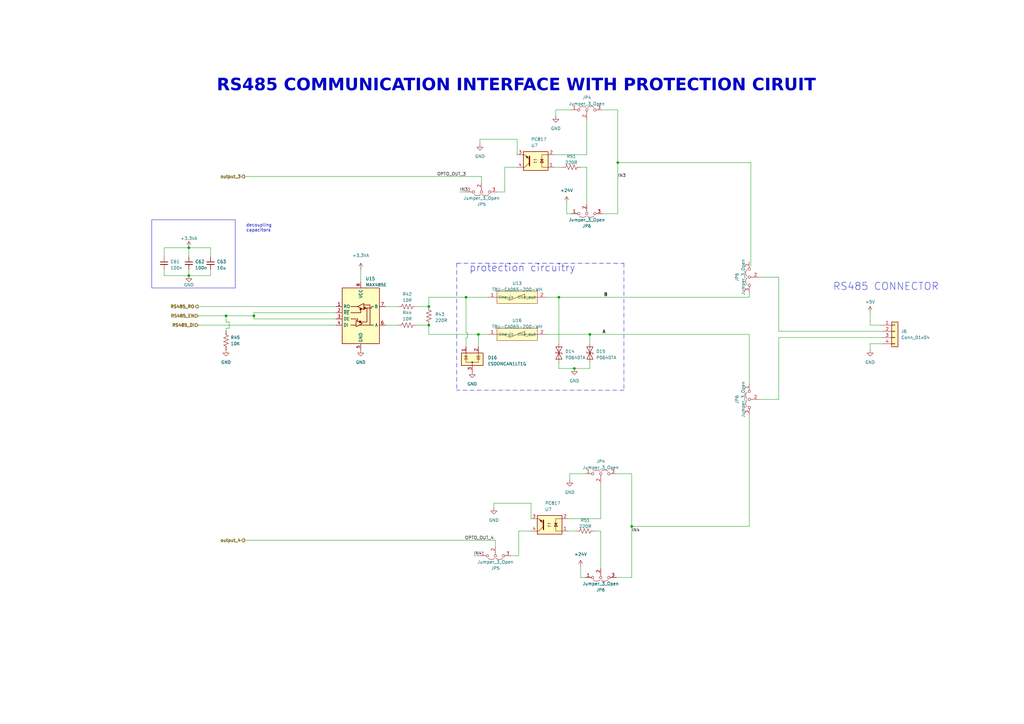
<source format=kicad_sch>
(kicad_sch (version 20230121) (generator eeschema)
  (paper "A3")
  (title_block (title "ELIESTAR") (date "2023-06-20") (rev "2.0") (company "GEVITON") (comment 2 "Reviewed By: Timoty Kyalo") (comment 3 "Designed By: Robert Mutura") (comment 4 "ELIESTAR"))
  (lib_symbols
    (symbol "Connector_Generic:Conn_01x04" (pin_names (offset 1.016) hide)
      (property "Reference" "J" (at 0 5.08 0))
      (property "Value" "Conn_01x04" (at 0 -7.62 0))
      (symbol "Conn_01x04_1_1"
        (rectangle (start -1.27 -4.953) (end 0 -5.207) (stroke (width 0.1524)))
        (rectangle (start -1.27 -2.413) (end 0 -2.667) (stroke (width 0.1524)))
        (rectangle (start -1.27 0.127) (end 0 -0.127) (stroke (width 0.1524)))
        (rectangle (start -1.27 2.667) (end 0 2.413) (stroke (width 0.1524)))
        (rectangle (start -1.27 3.81) (end 1.27 -6.35) (stroke (width 0.254)) (fill (type background)))
        (pin passive line (at -5.08 2.54 0) (length 3.81) (name "Pin_1") (number "1"))
        (pin passive line (at -5.08 0 0) (length 3.81) (name "Pin_2") (number "2"))
        (pin passive line (at -5.08 -2.54 0) (length 3.81) (name "Pin_3") (number "3"))
        (pin passive line (at -5.08 -5.08 0) (length 3.81) (name "Pin_4") (number "4"))
      )
    )
    (symbol "Device:C_Small" (pin_numbers hide) (pin_names (offset 0.254) hide)
      (property "Reference" "C" (at 0.254 1.778 0))
      (property "Value" "C_Small" (at 0.254 -2.032 0))
      (symbol "C_Small_0_1"
        (polyline (pts (xy -1.524 -0.508) (xy 1.524 -0.508)) (stroke (width 0.3302)))
        (polyline (pts (xy -1.524 0.508) (xy 1.524 0.508)) (stroke (width 0.3048)))
      )
      (symbol "C_Small_1_1"
        (pin passive line (at 0 2.54 270) (length 2.032) (name "~") (number "1"))
        (pin passive line (at 0 -2.54 90) (length 2.032) (name "~") (number "2"))
      )
    )
    (symbol "Device:R_US" (pin_numbers hide) (pin_names (offset 0))
      (property "Reference" "R" (at 2.54 0 90))
      (property "Value" "R_US" (at -2.54 0 90))
      (symbol "R_US_0_1"
        (polyline (pts (xy 0 -2.286) (xy 0 -2.54)))
        (polyline (pts (xy 0 2.286) (xy 0 2.54)))
        (polyline (pts (xy 0 -0.762) (xy 1.016 -1.143) (xy 0 -1.524) (xy -1.016 -1.905) (xy 0 -2.286)))
        (polyline (pts (xy 0 0.762) (xy 1.016 0.381) (xy 0 0) (xy -1.016 -0.381) (xy 0 -0.762)))
        (polyline (pts (xy 0 2.286) (xy 1.016 1.905) (xy 0 1.524) (xy -1.016 1.143) (xy 0 0.762)))
      )
      (symbol "R_US_1_1"
        (pin passive line (at 0 3.81 270) (length 1.27) (name "~") (number "1"))
        (pin passive line (at 0 -3.81 90) (length 1.27) (name "~") (number "2"))
      )
    )
    (symbol "Diode:SD05_SOD323" (pin_numbers hide) (pin_names (offset 1.016) hide)
      (property "Reference" "D" (at 0 2.54 0))
      (property "Value" "SD05_SOD323" (at 0 -2.54 0))
      (symbol "SD05_SOD323_0_1"
        (polyline (pts (xy 1.27 0) (xy -1.27 0)))
        (polyline (pts (xy -2.54 -1.27) (xy 0 0) (xy -2.54 1.27) (xy -2.54 -1.27)) (stroke (width 0.2032)))
        (polyline (pts (xy 0.508 1.27) (xy 0 1.27) (xy 0 -1.27) (xy -0.508 -1.27)) (stroke (width 0.2032)))
        (polyline (pts (xy 2.54 1.27) (xy 2.54 -1.27) (xy 0 0) (xy 2.54 1.27)) (stroke (width 0.2032)))
      )
      (symbol "SD05_SOD323_1_1"
        (pin passive line (at -3.81 0 0) (length 2.54) (name "A1") (number "1"))
        (pin passive line (at 3.81 0 180) (length 2.54) (name "A2") (number "2"))
      )
    )
    (symbol "Interface_UART:MAX485E"
      (property "Reference" "U" (at -6.096 11.43 0))
      (property "Value" "MAX485E" (at 0.762 11.43 0))
      (symbol "MAX485E_0_1"
        (rectangle (start -7.62 10.16) (end 7.62 -12.7) (stroke (width 0.254)) (fill (type background)))
        (circle (center -0.3048 -3.683) (radius 0.3556) (stroke (width 0.254)) (fill (type outline)))
        (circle (center -0.0254 1.4986) (radius 0.3556) (stroke (width 0.254)) (fill (type outline)))
        (polyline (pts (xy -4.064 -5.08) (xy -1.905 -5.08)) (stroke (width 0.254)))
        (polyline (pts (xy -4.064 2.54) (xy -1.27 2.54)) (stroke (width 0.254)))
        (polyline (pts (xy -1.27 -3.2004) (xy -1.27 -3.4544)) (stroke (width 0.254)))
        (polyline (pts (xy -0.635 -5.08) (xy 5.334 -5.08)) (stroke (width 0.254)))
        (polyline (pts (xy -4.064 -2.54) (xy -1.27 -2.54) (xy -1.27 -3.175)) (stroke (width 0.254)))
        (polyline (pts (xy 0 1.27) (xy 0 0) (xy -4.064 0)) (stroke (width 0.254)))
        (polyline (pts (xy 1.27 3.175) (xy 3.81 3.175) (xy 3.81 -5.08)) (stroke (width 0.254)))
        (polyline (pts (xy 2.54 1.905) (xy 2.54 -3.81) (xy 0 -3.81)) (stroke (width 0.254)))
        (polyline (pts (xy -1.905 -3.175) (xy -1.905 -5.715) (xy 0.635 -4.445) (xy -1.905 -3.175)) (stroke (width 0.254)))
        (polyline (pts (xy -1.27 2.54) (xy 1.27 3.81) (xy 1.27 1.27) (xy -1.27 2.54)) (stroke (width 0.254)))
        (polyline (pts (xy 1.905 1.905) (xy 4.445 1.905) (xy 4.445 2.54) (xy 5.334 2.54)) (stroke (width 0.254)))
        (rectangle (start 1.27 3.175) (end 1.27 3.175))
        (circle (center 1.651 1.905) (radius 0.3556) (stroke (width 0.254)) (fill (type outline)))
      )
      (symbol "MAX485E_1_1"
        (pin output line (at -10.16 2.54 0) (length 2.54) (name "RO") (number "1"))
        (pin input line (at -10.16 0 0) (length 2.54) (name "~{RE}") (number "2"))
        (pin input line (at -10.16 -2.54 0) (length 2.54) (name "DE") (number "3"))
        (pin input line (at -10.16 -5.08 0) (length 2.54) (name "DI") (number "4"))
        (pin power_in line (at 0 -15.24 90) (length 2.54) (name "GND") (number "5"))
        (pin bidirectional line (at 10.16 -5.08 180) (length 2.54) (name "A") (number "6"))
        (pin bidirectional line (at 10.16 2.54 180) (length 2.54) (name "B") (number "7"))
        (pin power_in line (at 0 12.7 270) (length 2.54) (name "VCC") (number "8"))
      )
    )
    (symbol "Isolator:PC817" (pin_names (offset 1.016))
      (property "Reference" "U" (at -5.08 5.08 0))
      (property "Value" "PC817" (at 0 5.08 0))
      (symbol "PC817_0_1"
        (rectangle (start -5.08 3.81) (end 5.08 -3.81) (stroke (width 0.254)) (fill (type background)))
        (polyline (pts (xy -3.175 -0.635) (xy -1.905 -0.635)) (stroke (width 0.254)))
        (polyline (pts (xy 2.54 0.635) (xy 4.445 2.54)))
        (polyline (pts (xy 4.445 -2.54) (xy 2.54 -0.635)) (fill (type outline)))
        (polyline (pts (xy 4.445 -2.54) (xy 5.08 -2.54)))
        (polyline (pts (xy 4.445 2.54) (xy 5.08 2.54)))
        (polyline (pts (xy -5.08 2.54) (xy -2.54 2.54) (xy -2.54 -0.635)))
        (polyline (pts (xy -2.54 -0.635) (xy -2.54 -2.54) (xy -5.08 -2.54)))
        (polyline (pts (xy 2.54 1.905) (xy 2.54 -1.905) (xy 2.54 -1.905)) (stroke (width 0.508)))
        (polyline (pts (xy -2.54 -0.635) (xy -3.175 0.635) (xy -1.905 0.635) (xy -2.54 -0.635)) (stroke (width 0.254)))
        (polyline (pts (xy -0.508 -0.508) (xy 0.762 -0.508) (xy 0.381 -0.635) (xy 0.381 -0.381) (xy 0.762 -0.508)))
        (polyline (pts (xy -0.508 0.508) (xy 0.762 0.508) (xy 0.381 0.381) (xy 0.381 0.635) (xy 0.762 0.508)))
        (polyline (pts (xy 3.048 -1.651) (xy 3.556 -1.143) (xy 4.064 -2.159) (xy 3.048 -1.651) (xy 3.048 -1.651)) (fill (type outline)))
      )
      (symbol "PC817_1_1"
        (pin passive line (at -7.62 2.54 0) (length 2.54) (name "~") (number "1"))
        (pin passive line (at -7.62 -2.54 0) (length 2.54) (name "~") (number "2"))
        (pin passive line (at 7.62 -2.54 180) (length 2.54) (name "~") (number "3"))
        (pin passive line (at 7.62 2.54 180) (length 2.54) (name "~") (number "4"))
      )
    )
    (symbol "Jumper:Jumper_3_Open" (pin_names (offset 0) hide)
      (property "Reference" "JP" (at -2.54 -2.54 0))
      (property "Value" "Jumper_3_Open" (at 0 2.794 0))
      (symbol "Jumper_3_Open_0_0"
        (circle (center -3.302 0) (radius 0.508))
        (circle (center 0 0) (radius 0.508))
        (circle (center 3.302 0) (radius 0.508))
      )
      (symbol "Jumper_3_Open_0_1"
        (arc (start -0.254 1.016) (mid -1.651 1.4992) (end -3.048 1.016))
        (polyline (pts (xy 0 -0.508) (xy 0 -1.27)))
        (arc (start 3.048 1.016) (mid 1.651 1.4992) (end 0.254 1.016))
      )
      (symbol "Jumper_3_Open_1_1"
        (pin passive line (at -6.35 0 0) (length 2.54) (name "A") (number "1"))
        (pin passive line (at 0 -3.81 90) (length 2.54) (name "C") (number "2"))
        (pin passive line (at 6.35 0 180) (length 2.54) (name "B") (number "3"))
      )
    )
    (symbol "MCD_General:TBU-CA065-200-WH"
      (property "Reference" "U" (at 0 1.27 0))
      (property "Value" "TBU-CA065-200-WH" (at 0 -1.27 0))
      (symbol "TBU-CA065-200-WH_0_1"
        (rectangle (start -6.35 -5.08) (end -1.27 -5.08))
        (polyline (pts (xy 5.08 -5.08) (xy 10.16 -5.08)))
        (polyline (pts (xy -1.27 -5.08) (xy -1.27 -6.35) (xy 5.08 -3.81) (xy 5.08 -5.08)))
      )
      (symbol "TBU-CA065-200-WH_1_1"
        (rectangle (start -6.35 -2.54) (end 10.16 -7.62) (fill (type background)))
        (pin passive line (at -10.16 -5.08 0) (length 3.81) (name "line_in") (number "1"))
        (pin passive line (at 13.97 -5.08 180) (length 3.81) (name "line_out") (number "2"))
      )
    )
    (symbol "Power_Protection:SP0502BAHT" (pin_names hide)
      (property "Reference" "D" (at 5.715 2.54 0))
      (property "Value" "SP0502BAHT" (at 5.715 0.635 0))
      (symbol "SP0502BAHT_0_0"
        (pin passive line (at 0 -5.08 90) (length 2.54) (name "A") (number "3"))
      )
      (symbol "SP0502BAHT_0_1"
        (rectangle (start -4.445 2.54) (end 4.445 -2.54) (stroke (width 0.254)) (fill (type background)))
        (circle (center 0 -1.27) (radius 0.254) (fill (type outline)))
        (polyline (pts (xy -2.54 2.54) (xy -2.54 1.27)))
        (polyline (pts (xy 0 -1.27) (xy 0 -2.54)))
        (polyline (pts (xy 2.54 2.54) (xy 2.54 1.27)))
        (polyline (pts (xy -3.302 1.016) (xy -3.302 1.27) (xy -1.905 1.27) (xy -1.778 1.27)))
        (polyline (pts (xy -2.54 1.27) (xy -2.54 -1.27) (xy 2.54 -1.27) (xy 2.54 1.27)))
        (polyline (pts (xy -2.54 1.27) (xy -1.905 0) (xy -3.175 0) (xy -2.54 1.27)))
        (polyline (pts (xy 1.778 1.016) (xy 1.778 1.27) (xy 3.175 1.27) (xy 3.302 1.27)))
        (polyline (pts (xy 2.54 1.27) (xy 1.905 0) (xy 3.175 0) (xy 2.54 1.27)))
      )
      (symbol "SP0502BAHT_1_1"
        (pin passive line (at -2.54 5.08 270) (length 2.54) (name "K") (number "1"))
        (pin passive line (at 2.54 5.08 270) (length 2.54) (name "K") (number "2"))
      )
    )
    (symbol "power:+24V" (power) (pin_names (offset 0))
      (property "Value" "+24V" (at 0 3.556 0))
      (symbol "+24V_0_1"
        (polyline (pts (xy -0.762 1.27) (xy 0 2.54)))
        (polyline (pts (xy 0 0) (xy 0 2.54)))
        (polyline (pts (xy 0 2.54) (xy 0.762 1.27)))
      )
      (symbol "+24V_1_1"
        (pin power_in line (at 0 0 90) (length 0) hide (name "+24V") (number "1"))
      )
    )
    (symbol "power:+3.3VA" (power) (pin_names (offset 0))
      (property "Value" "+3.3VA" (at 0 3.556 0))
      (symbol "+3.3VA_0_1"
        (polyline (pts (xy -0.762 1.27) (xy 0 2.54)))
        (polyline (pts (xy 0 0) (xy 0 2.54)))
        (polyline (pts (xy 0 2.54) (xy 0.762 1.27)))
      )
      (symbol "+3.3VA_1_1"
        (pin power_in line (at 0 0 90) (length 0) hide (name "+3.3VA") (number "1"))
      )
    )
    (symbol "power:+5V" (power) (pin_names (offset 0))
      (property "Value" "+5V" (at 0 3.556 0))
      (symbol "+5V_0_1"
        (polyline (pts (xy -0.762 1.27) (xy 0 2.54)))
        (polyline (pts (xy 0 0) (xy 0 2.54)))
        (polyline (pts (xy 0 2.54) (xy 0.762 1.27)))
      )
      (symbol "+5V_1_1"
        (pin power_in line (at 0 0 90) (length 0) hide (name "+5V") (number "1"))
      )
    )
    (symbol "power:GND" (power) (pin_names (offset 0))
      (property "Value" "GND" (at 0 -3.81 0))
      (symbol "GND_0_1"
        (polyline (pts (xy 0 0) (xy 0 -1.27) (xy 1.27 -1.27) (xy 0 -2.54) (xy -1.27 -1.27) (xy 0 -1.27)))
      )
      (symbol "GND_1_1"
        (pin power_in line (at 0 0 270) (length 0) hide (name "GND") (number "1"))
      )
    )
  )
  (junction (at 241.935 137.16))
  (junction (at 229.235 121.92))
  (junction (at 191.135 121.92))
  (junction (at 92.71 129.54))
  (junction (at 77.47 101.6))
  (junction (at 77.47 113.03))
  (junction (at 235.585 151.13))
  (junction (at 175.895 125.73))
  (junction (at 104.14 129.54))
  (junction (at 175.895 133.35))
  (junction (at 253.365 66.675))
  (junction (at 259.08 215.9))
  (junction (at 196.215 137.16))
  (wire (pts (xy 217.805 206.375) (xy 202.565 206.375)))
  (wire (pts (xy 203.835 78.74) (xy 207.01 78.74)))
  (wire (pts (xy 158.115 133.35) (xy 163.195 133.35)))
  (wire (pts (xy 235.585 151.13) (xy 241.935 151.13)))
  (wire (pts (xy 67.31 113.03) (xy 77.47 113.03)))
  (wire (pts (xy 234.315 45.085) (xy 227.965 45.085)))
  (wire (pts (xy 229.235 121.92) (xy 307.34 121.92)))
  (wire (pts (xy 319.405 135.89) (xy 319.405 113.665)))
  (wire (pts (xy 240.665 68.58) (xy 238.125 68.58)))
  (wire (pts (xy 246.38 233.045) (xy 246.38 217.805)))
  (wire (pts (xy 67.31 113.03) (xy 67.31 110.49)))
  (wire (pts (xy 81.28 125.73) (xy 137.795 125.73)))
  (wire (pts (xy 188.595 78.74) (xy 191.135 78.74)))
  (wire (pts (xy 356.87 128.27) (xy 356.87 133.35)))
  (wire (pts (xy 356.87 133.35) (xy 361.95 133.35)))
  (wire (pts (xy 93.98 132.08) (xy 93.98 134.62)))
  (wire (pts (xy 175.895 133.35) (xy 175.895 137.16)))
  (wire (pts (xy 253.365 45.085) (xy 247.015 45.085)))
  (wire (pts (xy 311.15 113.665) (xy 319.405 113.665)))
  (wire (pts (xy 230.505 68.58) (xy 227.33 68.58)))
  (wire (pts (xy 232.41 87.63) (xy 234.315 87.63)))
  (wire (pts (xy 233.045 212.725) (xy 246.38 212.725)))
  (wire (pts (xy 92.71 132.08) (xy 93.98 132.08)))
  (wire (pts (xy 196.215 142.24) (xy 196.215 137.16)))
  (wire (pts (xy 77.47 113.03) (xy 86.36 113.03)))
  (wire (pts (xy 202.565 206.375) (xy 202.565 208.28)))
  (wire (pts (xy 241.935 137.16) (xy 307.34 137.16)))
  (wire (pts (xy 92.71 134.62) (xy 92.71 135.89)))
  (wire (pts (xy 217.805 212.725) (xy 217.805 206.375)))
  (wire (pts (xy 259.08 215.9) (xy 307.34 215.9)))
  (wire (pts (xy 77.47 101.6) (xy 86.36 101.6)))
  (wire (pts (xy 241.935 151.13) (xy 241.935 148.59)))
  (polyline (pts (xy 187.325 107.95) (xy 255.905 107.95)) (stroke (width 0) (type dash_dot)))
  (wire (pts (xy 67.31 105.41) (xy 67.31 101.6)))
  (wire (pts (xy 81.28 129.54) (xy 92.71 129.54)))
  (wire (pts (xy 147.955 110.49) (xy 147.955 115.57)))
  (wire (pts (xy 307.34 215.9) (xy 307.34 170.18)))
  (polyline (pts (xy 187.325 107.95) (xy 187.325 160.02)) (stroke (width 0) (type dash_dot)))
  (wire (pts (xy 252.73 236.855) (xy 259.08 236.855)))
  (wire (pts (xy 77.47 110.49) (xy 77.47 113.03)))
  (wire (pts (xy 191.77 138.43) (xy 191.77 136.525)))
  (wire (pts (xy 253.365 66.675) (xy 307.975 66.675)))
  (wire (pts (xy 175.895 121.92) (xy 191.135 121.92)))
  (wire (pts (xy 209.55 227.965) (xy 212.725 227.965)))
  (wire (pts (xy 191.135 142.24) (xy 191.135 138.43)))
  (wire (pts (xy 158.115 125.73) (xy 163.195 125.73)))
  (wire (pts (xy 307.34 121.92) (xy 307.34 120.015)))
  (wire (pts (xy 207.01 68.58) (xy 212.09 68.58)))
  (wire (pts (xy 175.895 137.16) (xy 196.215 137.16)))
  (wire (pts (xy 252.73 194.31) (xy 259.08 194.31)))
  (wire (pts (xy 227.965 45.085) (xy 227.965 47.625)))
  (wire (pts (xy 253.365 45.085) (xy 253.365 66.675)))
  (wire (pts (xy 259.08 194.31) (xy 259.08 215.9)))
  (wire (pts (xy 319.405 135.89) (xy 361.95 135.89)))
  (wire (pts (xy 191.135 136.525) (xy 191.135 121.92)))
  (wire (pts (xy 247.015 87.63) (xy 253.365 87.63)))
  (wire (pts (xy 197.485 72.39) (xy 197.485 74.93)))
  (wire (pts (xy 319.405 163.83) (xy 319.405 138.43)))
  (wire (pts (xy 319.405 138.43) (xy 361.95 138.43)))
  (wire (pts (xy 227.33 63.5) (xy 240.665 63.5)))
  (polyline (pts (xy 255.905 160.02) (xy 187.325 160.02)) (stroke (width 0) (type dash_dot)))
  (wire (pts (xy 253.365 66.675) (xy 253.365 87.63)))
  (wire (pts (xy 311.15 163.83) (xy 319.405 163.83)))
  (wire (pts (xy 356.87 143.51) (xy 356.87 140.97)))
  (wire (pts (xy 259.08 215.9) (xy 259.08 236.855)))
  (wire (pts (xy 170.815 133.35) (xy 175.895 133.35)))
  (wire (pts (xy 212.09 57.15) (xy 196.85 57.15)))
  (wire (pts (xy 104.14 128.27) (xy 104.14 129.54)))
  (wire (pts (xy 207.01 68.58) (xy 207.01 78.74)))
  (wire (pts (xy 233.68 194.31) (xy 233.68 196.85)))
  (wire (pts (xy 307.34 157.48) (xy 307.34 137.16)))
  (wire (pts (xy 224.155 121.92) (xy 229.235 121.92)))
  (wire (pts (xy 233.68 194.31) (xy 240.03 194.31)))
  (wire (pts (xy 212.09 63.5) (xy 212.09 57.15)))
  (wire (pts (xy 240.665 83.82) (xy 240.665 68.58)))
  (wire (pts (xy 100.33 72.39) (xy 197.485 72.39)))
  (wire (pts (xy 246.38 212.725) (xy 246.38 198.12)))
  (wire (pts (xy 77.47 101.6) (xy 77.47 105.41)))
  (wire (pts (xy 81.28 133.35) (xy 137.795 133.35)))
  (wire (pts (xy 196.85 57.15) (xy 196.85 59.055)))
  (wire (pts (xy 93.98 134.62) (xy 92.71 134.62)))
  (wire (pts (xy 191.135 121.92) (xy 200.025 121.92)))
  (wire (pts (xy 100.33 221.615) (xy 203.2 221.615)))
  (wire (pts (xy 191.77 136.525) (xy 191.135 136.525)))
  (wire (pts (xy 194.31 227.965) (xy 196.85 227.965)))
  (wire (pts (xy 86.36 110.49) (xy 86.36 113.03)))
  (wire (pts (xy 229.235 121.92) (xy 229.235 140.97)))
  (wire (pts (xy 175.895 125.73) (xy 175.895 121.92)))
  (wire (pts (xy 92.71 129.54) (xy 92.71 132.08)))
  (wire (pts (xy 307.975 109.22) (xy 307.975 66.675)))
  (wire (pts (xy 104.14 130.81) (xy 137.795 130.81)))
  (wire (pts (xy 92.71 129.54) (xy 104.14 129.54)))
  (wire (pts (xy 104.14 128.27) (xy 137.795 128.27)))
  (wire (pts (xy 67.31 101.6) (xy 77.47 101.6)))
  (wire (pts (xy 236.22 217.805) (xy 233.045 217.805)))
  (wire (pts (xy 104.14 129.54) (xy 104.14 130.81)))
  (wire (pts (xy 232.41 83.185) (xy 232.41 87.63)))
  (wire (pts (xy 246.38 217.805) (xy 243.84 217.805)))
  (wire (pts (xy 224.155 137.16) (xy 241.935 137.16)))
  (wire (pts (xy 170.815 125.73) (xy 175.895 125.73)))
  (wire (pts (xy 229.235 148.59) (xy 229.235 151.13)))
  (wire (pts (xy 212.725 217.805) (xy 212.725 227.965)))
  (polyline (pts (xy 255.905 107.95) (xy 255.905 160.02)) (stroke (width 0) (type dash_dot)))
  (wire (pts (xy 212.725 217.805) (xy 217.805 217.805)))
  (wire (pts (xy 356.87 140.97) (xy 361.95 140.97)))
  (wire (pts (xy 86.36 101.6) (xy 86.36 105.41)))
  (wire (pts (xy 238.125 232.41) (xy 238.125 236.855)))
  (wire (pts (xy 196.215 137.16) (xy 200.025 137.16)))
  (wire (pts (xy 240.665 63.5) (xy 240.665 48.895)))
  (wire (pts (xy 203.2 221.615) (xy 203.2 224.155)))
  (wire (pts (xy 238.125 236.855) (xy 240.03 236.855)))
  (wire (pts (xy 229.235 151.13) (xy 235.585 151.13)))
  (wire (pts (xy 191.135 138.43) (xy 191.77 138.43)))
  (wire (pts (xy 241.935 137.16) (xy 241.935 140.97)))
  (rectangle (start 62.23 90.17) (end 96.52 118.11))
  (text "protection circuitry" (at 192.405 111.76 0) (effects (font (size 3 3)) (justify left bottom)))
  (text "RS485 CONNECTOR" (at 341.63 119.38 0) (effects (font (size 3 3)) (justify left bottom)))
  (text "RS485 COMMUNICATION INTERFACE WITH PROTECTION CIRUIT" (at 88.9 39.37 0) (effects (font (size 5 5) bold) (justify left bottom)))
  (text "decoupling \ncapacitors" (at 100.965 95.25 0) (effects (font (size 1.27 1.27)) (justify left bottom)))
  (label "A" (at 247.015 137.16 0) (effects (font bold)))
  (label "IN4" (at 259.08 218.44 0))
  (label "IN3" (at 188.595 78.74 0))
  (label "B" (at 247.65 121.92 0) (effects (font bold)))
  (label "IN4" (at 194.31 227.965 0))
  (label "OPTO_OUT_4" (at 202.565 221.615 180))
  (label "OPTO_OUT_3" (at 191.135 72.39 180))
  (label "IN3" (at 253.365 73.025 0))
  (hierarchical_label "RS485_EN" (shape input) (at 81.28 129.54 180) (effects (font bold)))
  (hierarchical_label "output_3" (shape output) (at 100.33 72.39 180) (effects (font bold)))
  (hierarchical_label "output_4" (shape output) (at 100.33 221.615 180) (effects (font bold)))
  (hierarchical_label "RS485_DI" (shape input) (at 81.28 133.35 180) (effects (font bold)))
  (hierarchical_label "RS485_RO" (shape output) (at 81.28 125.73 180) (effects (font bold)))
  (symbol (lib_id "power:+5V") (at 356.87 128.27 0) (unit 1)
    (property "Reference" "#PWR02" (effects hide))
    (property "Value" "+5V" (at 356.87 123.825 0))
    (instances (project "ELIESTER_V2" (path "" (reference "#PWR02") (unit 1)) (path "" (reference "#PWR034") (unit 1))))
  )
  (symbol (lib_id "power:GND") (at 196.85 59.055 0) (unit 1)
    (property "Reference" "#PWR095" (effects hide))
    (property "Value" "GND" (at 196.85 64.135 0))
    (instances (project "ELIESTER_V2" (path "" (reference "#PWR095") (unit 1)) (path "" (reference "#PWR0103") (unit 1)) (path "" (reference "#PWR0103") (unit 1))))
  )
  (symbol (lib_id "power:GND") (at 356.87 143.51 0) (unit 1)
    (property "Reference" "#PWR041" (effects hide))
    (property "Value" "GND" (at 356.87 148.59 0))
  )
  (symbol (lib_id "Device:R_US") (at 92.71 139.7 180) (unit 1)
    (property "Reference" "R45" (at 96.52 138.43 0))
    (property "Value" "10K" (at 96.52 140.97 0))
    (property "Footprint" "Resistor_SMD:R_0402_1005Metric" (effects hide))
  )
  (symbol (lib_id "MCD_General:TBU-CA065-200-WH") (at 210.185 132.08 0) (unit 1)
    (property "Reference" "U16" (at 212.09 131.445 0))
    (property "Value" "TBU-CA065-200-WH" (at 212.09 133.985 0))
    (property "Footprint" "MACHADA_footprints:TBU-CA065-200-WH" (effects hide))
  )
  (symbol (lib_id "power:GND") (at 77.47 113.03 0) (unit 1)
    (property "Reference" "#PWR092" (effects hide))
    (property "Value" "GND" (at 77.47 116.84 0))
  )
  (symbol (lib_id "power:GND") (at 202.565 208.28 0) (unit 1)
    (property "Reference" "#PWR095" (effects hide))
    (property "Value" "GND" (at 202.565 213.36 0))
    (instances (project "ELIESTER_V2" (path "" (reference "#PWR095") (unit 1)) (path "" (reference "#PWR0122") (unit 1)) (path "" (reference "#PWR0122") (unit 1))))
  )
  (symbol (lib_id "power:+24V") (at 238.125 232.41 0) (unit 1)
    (property "Reference" "#PWR0123" (effects hide))
    (property "Value" "+24V" (at 238.125 227.33 0))
    (instances (project "ELIESTER_V2" (path "" (reference "#PWR0123") (unit 1)) (path "" (reference "#PWR096") (unit 1)) (path "" (reference "#PWR0123") (unit 1))))
  )
  (symbol (lib_id "Jumper:Jumper_3_Open") (at 246.38 236.855 0) (mirror x) (unit 1)
    (property "Reference" "JP6" (at 246.38 241.935 0))
    (property "Value" "Jumper_3_Open" (at 246.38 239.395 0))
    (property "Footprint" "Jumper:SolderJumper-3_P1.3mm_Open_RoundedPad1.0x1.5mm_NumberLabels" (effects hide))
    (instances (project "ELIESTER_V2" (path "" (reference "JP6") (unit 1)) (path "" (reference "JP?") (unit 1)) (path "" (reference "JP18") (unit 1))))
  )
  (symbol (lib_id "Power_Protection:SP0502BAHT") (at 193.675 147.32 0) (unit 1)
    (property "Reference" "D16" (at 200.025 146.685 0) (effects (justify left)))
    (property "Value" "ESDONCAN1LT1G" (at 200.025 149.225 0) (effects (justify left)))
    (property "Footprint" "Package_TO_SOT_SMD:SOT-23" (effects hide))
    (property "Datasheet" "http://www.littelfuse.com/~/media/files/littelfuse/technical%20resources/documents/data%20sheets/sp05xxba.pdf" (effects hide))
  )
  (symbol (lib_id "Jumper:Jumper_3_Open") (at 197.485 78.74 0) (mirror x) (unit 1)
    (property "Reference" "JP5" (at 197.485 83.82 0))
    (property "Value" "Jumper_3_Open" (at 197.485 81.28 0))
    (property "Footprint" "Jumper:SolderJumper-3_P1.3mm_Open_RoundedPad1.0x1.5mm_NumberLabels" (effects hide))
    (instances (project "ELIESTER_V2" (path "" (reference "JP5") (unit 1)) (path "" (reference "JP?") (unit 1)) (path "" (reference "JP12") (unit 1))))
  )
  (symbol (lib_id "power:GND") (at 92.71 143.51 0) (unit 1)
    (property "Reference" "#PWR0107" (effects hide))
    (property "Value" "GND" (at 92.71 148.59 0))
  )
  (symbol (lib_id "Diode:SD05_SOD323") (at 229.235 144.78 90) (unit 1)
    (property "Reference" "D14" (at 231.775 144.145 90) (effects (justify right)))
    (property "Value" "P0640TA" (at 231.775 146.685 90) (effects (justify right)))
    (property "Footprint" "Diode_SMD:D_SMA" (effects hide))
    (property "Datasheet" "https://www.littelfuse.com/~/media/electronics/datasheets/tvs_diode_arrays/littelfuse_tvs_diode_array_sd_c_datasheet.pdf.pdf" (effects hide))
  )
  (symbol (lib_id "Device:R_US") (at 167.005 133.35 90) (unit 1)
    (property "Reference" "R44" (at 167.005 128.27 90))
    (property "Value" "10R" (at 167.005 130.81 90))
    (property "Footprint" "Resistor_SMD:R_0402_1005Metric" (effects hide))
  )
  (symbol (lib_id "power:+3.3VA") (at 147.955 110.49 0) (unit 1)
    (property "Reference" "#PWR0105" (effects hide))
    (property "Value" "+3.3VA" (at 147.955 104.775 0))
    (instances (project "ELIESTER_V2" (path "" (reference "#PWR0105") (unit 1)) (path "" (reference "#PWR090") (unit 1))))
  )
  (symbol (lib_id "power:+3.3VA") (at 77.47 101.6 0) (unit 1)
    (property "Reference" "#PWR0105" (effects hide))
    (property "Value" "+3.3VA" (at 77.47 97.79 0))
    (instances (project "ELIESTER_V2" (path "" (reference "#PWR0105") (unit 1)) (path "" (reference "#PWR091") (unit 1))))
  )
  (symbol (lib_id "Isolator:PC817") (at 219.71 66.04 180) (unit 1)
    (property "Reference" "U7" (at 217.805 59.69 0) (effects (justify right)))
    (property "Value" "PC817" (at 217.805 57.15 0) (effects (justify right)))
    (property "Footprint" "MACHADA_footprints:pc817-DIP-4_W7.62mm_SMDSocket_SmallPads" (effects hide))
    (property "Datasheet" "http://www.soselectronic.cz/a_info/resource/d/pc817.pdf" (effects hide))
    (instances (project "ELIESTER_V2" (path "" (reference "U7") (unit 1)) (path "" (reference "U20") (unit 1)) (path "" (reference "U?") (unit 1)) (path "" (reference "U22") (unit 1))))
  )
  (symbol (lib_id "power:GND") (at 227.965 47.625 0) (unit 1)
    (property "Reference" "#PWR094" (effects hide))
    (property "Value" "GND" (at 227.965 52.705 0))
    (instances (project "ELIESTER_V2" (path "" (reference "#PWR094") (unit 1)) (path "" (reference "#PWR099") (unit 1)) (path "" (reference "#PWR099") (unit 1))))
  )
  (symbol (lib_id "Interface_UART:MAX485E") (at 147.955 128.27 0) (unit 1)
    (property "Reference" "U15" (at 149.9109 114.3 0) (effects (justify left)))
    (property "Value" "MAX485E" (at 149.9109 116.84 0) (effects (justify left)))
    (property "Footprint" "Package_SO:SOP-8_3.9x4.9mm_P1.27mm" (effects hide))
    (property "Datasheet" "https://datasheets.maximintegrated.com/en/ds/MAX1487E-MAX491E.pdf" (effects hide))
  )
  (symbol (lib_id "Device:C_Small") (at 77.47 107.95 0) (unit 1)
    (property "Reference" "C62" (at 80.01 107.3213 0) (effects (justify left)))
    (property "Value" "100n" (at 80.01 109.8613 0) (effects (justify left)))
    (property "Footprint" "Capacitor_SMD:C_0402_1005Metric" (effects hide))
  )
  (symbol (lib_id "Device:R_US") (at 234.315 68.58 90) (unit 1)
    (property "Reference" "R51" (at 234.315 64.135 90))
    (property "Value" "220R" (at 234.315 66.675 90))
    (property "Footprint" "Resistor_SMD:R_0402_1005Metric" (effects hide))
    (instances (project "ELIESTER_V2" (path "" (reference "R51") (unit 1)) (path "" (reference "R?") (unit 1)) (path "" (reference "R53") (unit 1))))
  )
  (symbol (lib_id "Isolator:PC817") (at 225.425 215.265 180) (unit 1)
    (property "Reference" "U7" (at 223.52 208.915 0) (effects (justify right)))
    (property "Value" "PC817" (at 223.52 206.375 0) (effects (justify right)))
    (property "Footprint" "MACHADA_footprints:pc817-DIP-4_W7.62mm_SMDSocket_SmallPads" (effects hide))
    (property "Datasheet" "http://www.soselectronic.cz/a_info/resource/d/pc817.pdf" (effects hide))
    (instances (project "ELIESTER_V2" (path "" (reference "U7") (unit 1)) (path "" (reference "U20") (unit 1)) (path "" (reference "U?") (unit 1)) (path "" (reference "U23") (unit 1))))
  )
  (symbol (lib_id "power:GND") (at 233.68 196.85 0) (unit 1)
    (property "Reference" "#PWR094" (effects hide))
    (property "Value" "GND" (at 233.68 201.93 0))
    (instances (project "ELIESTER_V2" (path "" (reference "#PWR094") (unit 1)) (path "" (reference "#PWR0121") (unit 1)) (path "" (reference "#PWR0121") (unit 1))))
  )
  (symbol (lib_id "Device:R_US") (at 240.03 217.805 90) (unit 1)
    (property "Reference" "R51" (at 240.03 213.36 90))
    (property "Value" "220R" (at 240.03 215.9 90))
    (property "Footprint" "Resistor_SMD:R_0402_1005Metric" (effects hide))
    (instances (project "ELIESTER_V2" (path "" (reference "R51") (unit 1)) (path "" (reference "R?") (unit 1)) (path "" (reference "R54") (unit 1))))
  )
  (symbol (lib_id "MCD_General:TBU-CA065-200-WH") (at 210.185 116.84 0) (unit 1)
    (property "Reference" "U13" (at 212.09 116.205 0))
    (property "Value" "TBU-CA065-200-WH" (at 212.09 118.745 0))
    (property "Footprint" "MACHADA_footprints:TBU-CA065-200-WH" (effects hide))
  )
  (symbol (lib_id "Device:C_Small") (at 86.36 107.95 0) (unit 1)
    (property "Reference" "C63" (at 88.9 107.3213 0) (effects (justify left)))
    (property "Value" "10u" (at 88.9 109.8613 0) (effects (justify left)))
    (property "Footprint" "Capacitor_SMD:C_0402_1005Metric" (effects hide))
  )
  (symbol (lib_id "Device:R_US") (at 167.005 125.73 90) (unit 1)
    (property "Reference" "R42" (at 167.005 120.65 90))
    (property "Value" "10R" (at 167.005 123.19 90))
    (property "Footprint" "Resistor_SMD:R_0402_1005Metric" (effects hide))
  )
  (symbol (lib_id "Jumper:Jumper_3_Open") (at 307.34 113.665 90) (mirror x) (unit 1)
    (property "Reference" "JP6" (at 302.26 113.665 0))
    (property "Value" "Jumper_3_Open" (at 304.8 113.665 0))
    (property "Footprint" "Jumper:SolderJumper-3_P1.3mm_Open_RoundedPad1.0x1.5mm_NumberLabels" (effects hide))
    (instances (project "ELIESTER_V2" (path "" (reference "JP6") (unit 1)) (path "" (reference "JP?") (unit 1)) (path "" (reference "JP14") (unit 1))))
  )
  (symbol (lib_id "power:GND") (at 193.675 152.4 0) (unit 1)
    (property "Reference" "#PWR089" (effects hide))
    (property "Value" "GND" (at 193.675 157.48 0))
  )
  (symbol (lib_id "Connector_Generic:Conn_01x04") (at 367.03 135.89 0) (unit 1)
    (property "Reference" "J6" (at 369.57 135.8899 0) (effects (justify left)))
    (property "Value" "Conn_01x04" (at 369.57 138.4299 0) (effects (justify left)))
    (property "Footprint" "Connector_Phoenix_MC:PhoenixContact_MC_1,5_4-G-3.5_1x04_P3.50mm_Horizontal" (effects hide))
    (instances (project "ELIESTER_V2" (path "" (reference "J6") (unit 1)) (path "" (reference "J9") (unit 1))))
  )
  (symbol (lib_id "Device:R_US") (at 175.895 129.54 180) (unit 1)
    (property "Reference" "R43" (at 178.435 128.905 0) (effects (justify right)))
    (property "Value" "220R" (at 178.435 131.445 0) (effects (justify right)))
    (property "Footprint" "Resistor_SMD:R_0402_1005Metric" (effects hide))
  )
  (symbol (lib_id "Device:C_Small") (at 67.31 107.95 0) (unit 1)
    (property "Reference" "C61" (at 69.85 107.3213 0) (effects (justify left)))
    (property "Value" "100n" (at 69.85 109.8613 0) (effects (justify left)))
    (property "Footprint" "Capacitor_SMD:C_0402_1005Metric" (effects hide))
  )
  (symbol (lib_id "Diode:SD05_SOD323") (at 241.935 144.78 90) (unit 1)
    (property "Reference" "D15" (at 244.475 144.145 90) (effects (justify right)))
    (property "Value" "P0640TA" (at 244.475 146.685 90) (effects (justify right)))
    (property "Footprint" "Diode_SMD:D_SMA" (effects hide))
    (property "Datasheet" "https://www.littelfuse.com/~/media/electronics/datasheets/tvs_diode_arrays/littelfuse_tvs_diode_array_sd_c_datasheet.pdf.pdf" (effects hide))
  )
  (symbol (lib_id "Jumper:Jumper_3_Open") (at 240.665 45.085 0) (unit 1)
    (property "Reference" "JP4" (at 240.665 40.005 0))
    (property "Value" "Jumper_3_Open" (at 240.665 42.545 0))
    (property "Footprint" "Jumper:SolderJumper-3_P1.3mm_Open_RoundedPad1.0x1.5mm_NumberLabels" (effects hide))
    (instances (project "ELIESTER_V2" (path "" (reference "JP4") (unit 1)) (path "" (reference "JP?") (unit 1)) (path "" (reference "JP11") (unit 1))))
  )
  (symbol (lib_id "Jumper:Jumper_3_Open") (at 307.34 163.83 90) (mirror x) (unit 1)
    (property "Reference" "JP6" (at 302.26 163.83 0))
    (property "Value" "Jumper_3_Open" (at 304.8 163.83 0))
    (property "Footprint" "Jumper:SolderJumper-3_P1.3mm_Open_RoundedPad1.0x1.5mm_NumberLabels" (effects hide))
    (instances (project "ELIESTER_V2" (path "" (reference "JP6") (unit 1)) (path "" (reference "JP?") (unit 1)) (path "" (reference "JP15") (unit 1))))
  )
  (symbol (lib_id "Jumper:Jumper_3_Open") (at 246.38 194.31 0) (unit 1)
    (property "Reference" "JP4" (at 246.38 189.23 0))
    (property "Value" "Jumper_3_Open" (at 246.38 191.77 0))
    (property "Footprint" "Jumper:SolderJumper-3_P1.3mm_Open_RoundedPad1.0x1.5mm_NumberLabels" (effects hide))
    (instances (project "ELIESTER_V2" (path "" (reference "JP4") (unit 1)) (path "" (reference "JP?") (unit 1)) (path "" (reference "JP16") (unit 1))))
  )
  (symbol (lib_id "power:+24V") (at 232.41 83.185 0) (unit 1)
    (property "Reference" "#PWR0120" (effects hide))
    (property "Value" "+24V" (at 232.41 78.105 0))
    (instances (project "ELIESTER_V2" (path "" (reference "#PWR0120") (unit 1)) (path "" (reference "#PWR096") (unit 1)) (path "" (reference "#PWR0120") (unit 1))))
  )
  (symbol (lib_id "Jumper:Jumper_3_Open") (at 240.665 87.63 0) (mirror x) (unit 1)
    (property "Reference" "JP6" (at 240.665 92.71 0))
    (property "Value" "Jumper_3_Open" (at 240.665 90.17 0))
    (property "Footprint" "Jumper:SolderJumper-3_P1.3mm_Open_RoundedPad1.0x1.5mm_NumberLabels" (effects hide))
    (instances (project "ELIESTER_V2" (path "" (reference "JP6") (unit 1)) (path "" (reference "JP?") (unit 1)) (path "" (reference "JP13") (unit 1))))
  )
  (symbol (lib_id "Jumper:Jumper_3_Open") (at 203.2 227.965 0) (mirror x) (unit 1)
    (property "Reference" "JP5" (at 203.2 233.045 0))
    (property "Value" "Jumper_3_Open" (at 203.2 230.505 0))
    (property "Footprint" "Jumper:SolderJumper-3_P1.3mm_Open_RoundedPad1.0x1.5mm_NumberLabels" (effects hide))
    (instances (project "ELIESTER_V2" (path "" (reference "JP5") (unit 1)) (path "" (reference "JP?") (unit 1)) (path "" (reference "JP17") (unit 1))))
  )
  (symbol (lib_id "power:GND") (at 235.585 151.13 0) (unit 1)
    (property "Reference" "#PWR088" (effects hide))
    (property "Value" "GND" (at 235.585 156.21 0))
  )
  (symbol (lib_id "power:GND") (at 147.955 143.51 0) (unit 1)
    (property "Reference" "#PWR042" (effects hide))
    (property "Value" "GND" (at 147.955 148.59 0))
  )
)
</source>
